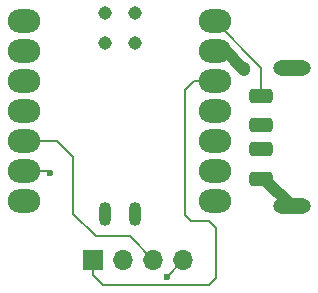
<source format=gbr>
%TF.GenerationSoftware,KiCad,Pcbnew,8.0.1*%
%TF.CreationDate,2024-09-03T09:14:14-03:00*%
%TF.ProjectId,USB-thermometer,5553422d-7468-4657-926d-6f6d65746572,rev?*%
%TF.SameCoordinates,Original*%
%TF.FileFunction,Copper,L1,Top*%
%TF.FilePolarity,Positive*%
%FSLAX46Y46*%
G04 Gerber Fmt 4.6, Leading zero omitted, Abs format (unit mm)*
G04 Created by KiCad (PCBNEW 8.0.1) date 2024-09-03 09:14:14*
%MOMM*%
%LPD*%
G01*
G04 APERTURE LIST*
G04 Aperture macros list*
%AMRoundRect*
0 Rectangle with rounded corners*
0 $1 Rounding radius*
0 $2 $3 $4 $5 $6 $7 $8 $9 X,Y pos of 4 corners*
0 Add a 4 corners polygon primitive as box body*
4,1,4,$2,$3,$4,$5,$6,$7,$8,$9,$2,$3,0*
0 Add four circle primitives for the rounded corners*
1,1,$1+$1,$2,$3*
1,1,$1+$1,$4,$5*
1,1,$1+$1,$6,$7*
1,1,$1+$1,$8,$9*
0 Add four rect primitives between the rounded corners*
20,1,$1+$1,$2,$3,$4,$5,0*
20,1,$1+$1,$4,$5,$6,$7,0*
20,1,$1+$1,$6,$7,$8,$9,0*
20,1,$1+$1,$8,$9,$2,$3,0*%
G04 Aperture macros list end*
%TA.AperFunction,SMDPad,CuDef*%
%ADD10O,2.748280X1.998980*%
%TD*%
%TA.AperFunction,SMDPad,CuDef*%
%ADD11O,1.016000X2.032000*%
%TD*%
%TA.AperFunction,SMDPad,CuDef*%
%ADD12C,1.143000*%
%TD*%
%TA.AperFunction,SMDPad,CuDef*%
%ADD13RoundRect,0.300000X-0.700000X-0.300000X0.700000X-0.300000X0.700000X0.300000X-0.700000X0.300000X0*%
%TD*%
%TA.AperFunction,ComponentPad*%
%ADD14O,3.200000X1.300000*%
%TD*%
%TA.AperFunction,ComponentPad*%
%ADD15R,1.700000X1.700000*%
%TD*%
%TA.AperFunction,ComponentPad*%
%ADD16O,1.700000X1.700000*%
%TD*%
%TA.AperFunction,ViaPad*%
%ADD17C,0.600000*%
%TD*%
%TA.AperFunction,Conductor*%
%ADD18C,1.000000*%
%TD*%
%TA.AperFunction,Conductor*%
%ADD19C,0.200000*%
%TD*%
G04 APERTURE END LIST*
D10*
%TO.P,U1,1,PA02_A0_D0*%
%TO.N,unconnected-(U1-PA02_A0_D0-Pad1)*%
X91918710Y-68500490D03*
%TO.P,U1,2,PA4_A1_D1*%
%TO.N,unconnected-(U1-PA4_A1_D1-Pad2)*%
X91918710Y-71040490D03*
%TO.P,U1,3,PA10_A2_D2*%
%TO.N,unconnected-(U1-PA10_A2_D2-Pad3)*%
X91918710Y-73580490D03*
%TO.P,U1,4,PA11_A3_D3*%
%TO.N,unconnected-(U1-PA11_A3_D3-Pad4)*%
X91918710Y-76120490D03*
%TO.P,U1,5,PA8_A4_D4_SDA*%
%TO.N,SDA*%
X91918710Y-78660490D03*
%TO.P,U1,6,PA9_A5_D5_SCL*%
%TO.N,SCL*%
X91918710Y-81200490D03*
%TO.P,U1,7,PB08_A6_D6_TX*%
%TO.N,unconnected-(U1-PB08_A6_D6_TX-Pad7)*%
X91918710Y-83740490D03*
%TO.P,U1,8,PB09_A7_D7_RX*%
%TO.N,unconnected-(U1-PB09_A7_D7_RX-Pad8)*%
X108083270Y-83740490D03*
%TO.P,U1,9,PA7_A8_D8_SCK*%
%TO.N,unconnected-(U1-PA7_A8_D8_SCK-Pad9)*%
X108083270Y-81200490D03*
%TO.P,U1,10,PA5_A9_D9_MISO*%
%TO.N,unconnected-(U1-PA5_A9_D9_MISO-Pad10)*%
X108083270Y-78660490D03*
%TO.P,U1,11,PA6_A10_D10_MOSI*%
%TO.N,unconnected-(U1-PA6_A10_D10_MOSI-Pad11)*%
X108083270Y-76120490D03*
%TO.P,U1,12,3V3*%
%TO.N,3V3*%
X108083270Y-73580490D03*
%TO.P,U1,13,GND*%
%TO.N,GND*%
X108083270Y-71040490D03*
%TO.P,U1,14,5V*%
%TO.N,5V*%
X108083270Y-68500490D03*
D11*
%TO.P,U1,15,5V*%
%TO.N,unconnected-(U1-5V-Pad15)*%
X98785590Y-84818310D03*
%TO.P,U1,16,GND*%
%TO.N,unconnected-(U1-GND-Pad16)*%
X101335590Y-84818310D03*
D12*
%TO.P,U1,17,PA31_SWDIO*%
%TO.N,unconnected-(U1-PA31_SWDIO-Pad17)*%
X98784393Y-67814123D03*
%TO.P,U1,18,PA30_SWCLK*%
%TO.N,unconnected-(U1-PA30_SWCLK-Pad18)*%
X101324393Y-67814123D03*
%TO.P,U1,19,RESET*%
%TO.N,unconnected-(U1-RESET-Pad19)*%
X98784393Y-70354123D03*
%TO.P,U1,20,GND*%
%TO.N,unconnected-(U1-GND-Pad20)*%
X101324393Y-70354123D03*
%TD*%
D13*
%TO.P,J1,1,VBUS*%
%TO.N,5V*%
X112025000Y-74800000D03*
%TO.P,J1,2,D-*%
%TO.N,unconnected-(J1-D--Pad2)*%
X112025000Y-77300000D03*
%TO.P,J1,3,D+*%
%TO.N,unconnected-(J1-D+-Pad3)*%
X112025000Y-79300000D03*
%TO.P,J1,4,GND*%
%TO.N,GND*%
X112025000Y-81800000D03*
D14*
%TO.P,J1,5,Shield*%
X114625000Y-72450000D03*
X114625000Y-84150000D03*
%TD*%
D15*
%TO.P,J2,1,Pin_1*%
%TO.N,3V3*%
X97800000Y-88700000D03*
D16*
%TO.P,J2,2,Pin_2*%
%TO.N,GND*%
X100340000Y-88700000D03*
%TO.P,J2,3,Pin_3*%
%TO.N,SDA*%
X102880000Y-88700000D03*
%TO.P,J2,4,Pin_4*%
%TO.N,SCL*%
X105420000Y-88700000D03*
%TD*%
D17*
%TO.N,GND*%
X110600000Y-72400000D03*
%TO.N,SCL*%
X94100000Y-81300000D03*
X104000000Y-90100000D03*
%TD*%
D18*
%TO.N,GND*%
X112275000Y-81800000D02*
X114625000Y-84150000D01*
X112025000Y-81800000D02*
X112275000Y-81800000D01*
X110600000Y-72600000D02*
X110500000Y-72500000D01*
X110600000Y-72400000D02*
X110600000Y-72600000D01*
X110400000Y-72400000D02*
X110600000Y-72400000D01*
X109040490Y-71040490D02*
X110400000Y-72400000D01*
X108083270Y-71040490D02*
X109040490Y-71040490D01*
D19*
%TO.N,5V*%
X112025000Y-72442220D02*
X108083270Y-68500490D01*
X112025000Y-74800000D02*
X112025000Y-72442220D01*
%TO.N,SCL*%
X94000490Y-81200490D02*
X94100000Y-81300000D01*
X91918710Y-81200490D02*
X94000490Y-81200490D01*
X104000000Y-90120000D02*
X104020000Y-90100000D01*
X104000000Y-90100000D02*
X104000000Y-90120000D01*
X104020000Y-90100000D02*
X104000000Y-90100000D01*
X105420000Y-88700000D02*
X104020000Y-90100000D01*
%TO.N,SDA*%
X96100000Y-80000000D02*
X94760490Y-78660490D01*
X96100000Y-84800000D02*
X96100000Y-80000000D01*
X98000000Y-86700000D02*
X96100000Y-84800000D01*
X94760490Y-78660490D02*
X91918710Y-78660490D01*
X100880000Y-86700000D02*
X98000000Y-86700000D01*
X102880000Y-88700000D02*
X100880000Y-86700000D01*
%TO.N,3V3*%
X106319510Y-73580490D02*
X108083270Y-73580490D01*
X105600000Y-74300000D02*
X106319510Y-73580490D01*
X106100000Y-85400000D02*
X105600000Y-84900000D01*
X105600000Y-84900000D02*
X105600000Y-74300000D01*
X108200000Y-86000000D02*
X107600000Y-85400000D01*
X108200000Y-90200000D02*
X108200000Y-86000000D01*
X107600000Y-85400000D02*
X106100000Y-85400000D01*
X98600000Y-90800000D02*
X107600000Y-90800000D01*
X97800000Y-90000000D02*
X98600000Y-90800000D01*
X107600000Y-90800000D02*
X108200000Y-90200000D01*
X97800000Y-88700000D02*
X97800000Y-90000000D01*
%TD*%
M02*

</source>
